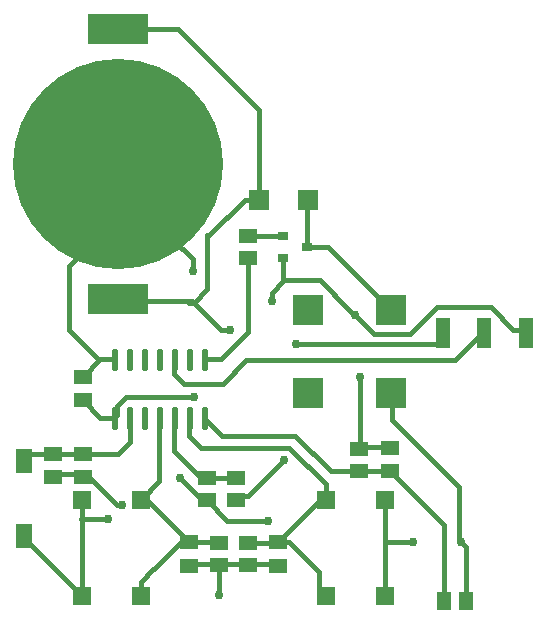
<source format=gbr>
G04 EAGLE Gerber RS-274X export*
G75*
%MOMM*%
%FSLAX34Y34*%
%LPD*%
%INTop Copper*%
%IPPOS*%
%AMOC8*
5,1,8,0,0,1.08239X$1,22.5*%
G01*
%ADD10C,17.800000*%
%ADD11R,5.100000X2.500000*%
%ADD12R,1.600000X1.300000*%
%ADD13R,1.800000X1.700000*%
%ADD14R,0.900000X0.800000*%
%ADD15R,1.450000X2.100000*%
%ADD16R,1.500000X1.500000*%
%ADD17R,2.500000X2.500000*%
%ADD18C,0.025000*%
%ADD19C,0.295000*%
%ADD20R,1.270000X2.540000*%
%ADD21R,1.300000X1.500000*%
%ADD22C,0.406400*%
%ADD23C,0.756400*%
%ADD24C,0.381000*%


D10*
X900000Y2190000D03*
D11*
X900000Y2075500D03*
X900000Y2304500D03*
D12*
X870000Y1990000D03*
X870000Y2010000D03*
X870000Y1945000D03*
X870000Y1925000D03*
X1035000Y1870000D03*
X1035000Y1850000D03*
X960000Y1870000D03*
X960000Y1850000D03*
X1130000Y1950000D03*
X1130000Y1930000D03*
D13*
X1060500Y2160000D03*
X1019500Y2160000D03*
D14*
X1060000Y2120000D03*
X1040000Y2129500D03*
X1040000Y2110500D03*
D12*
X845000Y1944500D03*
X845000Y1925500D03*
X1010000Y1869500D03*
X1010000Y1850500D03*
X985000Y1869500D03*
X985000Y1850500D03*
X1010000Y2110500D03*
X1010000Y2129500D03*
X975000Y1924500D03*
X975000Y1905500D03*
X1103900Y1929900D03*
X1103900Y1948900D03*
X1000000Y1905500D03*
X1000000Y1924500D03*
D15*
X820000Y1875000D03*
X820000Y1938500D03*
D16*
X1076000Y1905500D03*
X1126000Y1905500D03*
X1076000Y1824500D03*
X1126000Y1824500D03*
X919000Y1824500D03*
X869000Y1824500D03*
X919000Y1905500D03*
X869000Y1905500D03*
D17*
X1060900Y1996700D03*
D18*
X1118525Y1984325D02*
X1143275Y1984325D01*
X1118525Y1984325D02*
X1118525Y2009075D01*
X1143275Y2009075D01*
X1143275Y1984325D01*
X1143275Y1984562D02*
X1118525Y1984562D01*
X1118525Y1984799D02*
X1143275Y1984799D01*
X1143275Y1985036D02*
X1118525Y1985036D01*
X1118525Y1985273D02*
X1143275Y1985273D01*
X1143275Y1985510D02*
X1118525Y1985510D01*
X1118525Y1985747D02*
X1143275Y1985747D01*
X1143275Y1985984D02*
X1118525Y1985984D01*
X1118525Y1986221D02*
X1143275Y1986221D01*
X1143275Y1986458D02*
X1118525Y1986458D01*
X1118525Y1986695D02*
X1143275Y1986695D01*
X1143275Y1986932D02*
X1118525Y1986932D01*
X1118525Y1987169D02*
X1143275Y1987169D01*
X1143275Y1987406D02*
X1118525Y1987406D01*
X1118525Y1987643D02*
X1143275Y1987643D01*
X1143275Y1987880D02*
X1118525Y1987880D01*
X1118525Y1988117D02*
X1143275Y1988117D01*
X1143275Y1988354D02*
X1118525Y1988354D01*
X1118525Y1988591D02*
X1143275Y1988591D01*
X1143275Y1988828D02*
X1118525Y1988828D01*
X1118525Y1989065D02*
X1143275Y1989065D01*
X1143275Y1989302D02*
X1118525Y1989302D01*
X1118525Y1989539D02*
X1143275Y1989539D01*
X1143275Y1989776D02*
X1118525Y1989776D01*
X1118525Y1990013D02*
X1143275Y1990013D01*
X1143275Y1990250D02*
X1118525Y1990250D01*
X1118525Y1990487D02*
X1143275Y1990487D01*
X1143275Y1990724D02*
X1118525Y1990724D01*
X1118525Y1990961D02*
X1143275Y1990961D01*
X1143275Y1991198D02*
X1118525Y1991198D01*
X1118525Y1991435D02*
X1143275Y1991435D01*
X1143275Y1991672D02*
X1118525Y1991672D01*
X1118525Y1991909D02*
X1143275Y1991909D01*
X1143275Y1992146D02*
X1118525Y1992146D01*
X1118525Y1992383D02*
X1143275Y1992383D01*
X1143275Y1992620D02*
X1118525Y1992620D01*
X1118525Y1992857D02*
X1143275Y1992857D01*
X1143275Y1993094D02*
X1118525Y1993094D01*
X1118525Y1993331D02*
X1143275Y1993331D01*
X1143275Y1993568D02*
X1118525Y1993568D01*
X1118525Y1993805D02*
X1143275Y1993805D01*
X1143275Y1994042D02*
X1118525Y1994042D01*
X1118525Y1994279D02*
X1143275Y1994279D01*
X1143275Y1994516D02*
X1118525Y1994516D01*
X1118525Y1994753D02*
X1143275Y1994753D01*
X1143275Y1994990D02*
X1118525Y1994990D01*
X1118525Y1995227D02*
X1143275Y1995227D01*
X1143275Y1995464D02*
X1118525Y1995464D01*
X1118525Y1995701D02*
X1143275Y1995701D01*
X1143275Y1995938D02*
X1118525Y1995938D01*
X1118525Y1996175D02*
X1143275Y1996175D01*
X1143275Y1996412D02*
X1118525Y1996412D01*
X1118525Y1996649D02*
X1143275Y1996649D01*
X1143275Y1996886D02*
X1118525Y1996886D01*
X1118525Y1997123D02*
X1143275Y1997123D01*
X1143275Y1997360D02*
X1118525Y1997360D01*
X1118525Y1997597D02*
X1143275Y1997597D01*
X1143275Y1997834D02*
X1118525Y1997834D01*
X1118525Y1998071D02*
X1143275Y1998071D01*
X1143275Y1998308D02*
X1118525Y1998308D01*
X1118525Y1998545D02*
X1143275Y1998545D01*
X1143275Y1998782D02*
X1118525Y1998782D01*
X1118525Y1999019D02*
X1143275Y1999019D01*
X1143275Y1999256D02*
X1118525Y1999256D01*
X1118525Y1999493D02*
X1143275Y1999493D01*
X1143275Y1999730D02*
X1118525Y1999730D01*
X1118525Y1999967D02*
X1143275Y1999967D01*
X1143275Y2000204D02*
X1118525Y2000204D01*
X1118525Y2000441D02*
X1143275Y2000441D01*
X1143275Y2000678D02*
X1118525Y2000678D01*
X1118525Y2000915D02*
X1143275Y2000915D01*
X1143275Y2001152D02*
X1118525Y2001152D01*
X1118525Y2001389D02*
X1143275Y2001389D01*
X1143275Y2001626D02*
X1118525Y2001626D01*
X1118525Y2001863D02*
X1143275Y2001863D01*
X1143275Y2002100D02*
X1118525Y2002100D01*
X1118525Y2002337D02*
X1143275Y2002337D01*
X1143275Y2002574D02*
X1118525Y2002574D01*
X1118525Y2002811D02*
X1143275Y2002811D01*
X1143275Y2003048D02*
X1118525Y2003048D01*
X1118525Y2003285D02*
X1143275Y2003285D01*
X1143275Y2003522D02*
X1118525Y2003522D01*
X1118525Y2003759D02*
X1143275Y2003759D01*
X1143275Y2003996D02*
X1118525Y2003996D01*
X1118525Y2004233D02*
X1143275Y2004233D01*
X1143275Y2004470D02*
X1118525Y2004470D01*
X1118525Y2004707D02*
X1143275Y2004707D01*
X1143275Y2004944D02*
X1118525Y2004944D01*
X1118525Y2005181D02*
X1143275Y2005181D01*
X1143275Y2005418D02*
X1118525Y2005418D01*
X1118525Y2005655D02*
X1143275Y2005655D01*
X1143275Y2005892D02*
X1118525Y2005892D01*
X1118525Y2006129D02*
X1143275Y2006129D01*
X1143275Y2006366D02*
X1118525Y2006366D01*
X1118525Y2006603D02*
X1143275Y2006603D01*
X1143275Y2006840D02*
X1118525Y2006840D01*
X1118525Y2007077D02*
X1143275Y2007077D01*
X1143275Y2007314D02*
X1118525Y2007314D01*
X1118525Y2007551D02*
X1143275Y2007551D01*
X1143275Y2007788D02*
X1118525Y2007788D01*
X1118525Y2008025D02*
X1143275Y2008025D01*
X1143275Y2008262D02*
X1118525Y2008262D01*
X1118525Y2008499D02*
X1143275Y2008499D01*
X1143275Y2008736D02*
X1118525Y2008736D01*
X1118525Y2008973D02*
X1143275Y2008973D01*
D17*
X1060900Y2066700D03*
X1130900Y2066700D03*
D19*
X898375Y1983475D02*
X898375Y1966925D01*
X895425Y1966925D01*
X895425Y1983475D01*
X898375Y1983475D01*
X898375Y1969727D02*
X895425Y1969727D01*
X895425Y1972529D02*
X898375Y1972529D01*
X898375Y1975331D02*
X895425Y1975331D01*
X895425Y1978133D02*
X898375Y1978133D01*
X898375Y1980935D02*
X895425Y1980935D01*
X911075Y1983475D02*
X911075Y1966925D01*
X908125Y1966925D01*
X908125Y1983475D01*
X911075Y1983475D01*
X911075Y1969727D02*
X908125Y1969727D01*
X908125Y1972529D02*
X911075Y1972529D01*
X911075Y1975331D02*
X908125Y1975331D01*
X908125Y1978133D02*
X911075Y1978133D01*
X911075Y1980935D02*
X908125Y1980935D01*
X923775Y1983475D02*
X923775Y1966925D01*
X920825Y1966925D01*
X920825Y1983475D01*
X923775Y1983475D01*
X923775Y1969727D02*
X920825Y1969727D01*
X920825Y1972529D02*
X923775Y1972529D01*
X923775Y1975331D02*
X920825Y1975331D01*
X920825Y1978133D02*
X923775Y1978133D01*
X923775Y1980935D02*
X920825Y1980935D01*
X936475Y1983475D02*
X936475Y1966925D01*
X933525Y1966925D01*
X933525Y1983475D01*
X936475Y1983475D01*
X936475Y1969727D02*
X933525Y1969727D01*
X933525Y1972529D02*
X936475Y1972529D01*
X936475Y1975331D02*
X933525Y1975331D01*
X933525Y1978133D02*
X936475Y1978133D01*
X936475Y1980935D02*
X933525Y1980935D01*
X949175Y1983475D02*
X949175Y1966925D01*
X946225Y1966925D01*
X946225Y1983475D01*
X949175Y1983475D01*
X949175Y1969727D02*
X946225Y1969727D01*
X946225Y1972529D02*
X949175Y1972529D01*
X949175Y1975331D02*
X946225Y1975331D01*
X946225Y1978133D02*
X949175Y1978133D01*
X949175Y1980935D02*
X946225Y1980935D01*
X961875Y1983475D02*
X961875Y1966925D01*
X958925Y1966925D01*
X958925Y1983475D01*
X961875Y1983475D01*
X961875Y1969727D02*
X958925Y1969727D01*
X958925Y1972529D02*
X961875Y1972529D01*
X961875Y1975331D02*
X958925Y1975331D01*
X958925Y1978133D02*
X961875Y1978133D01*
X961875Y1980935D02*
X958925Y1980935D01*
X974575Y1983475D02*
X974575Y1966925D01*
X971625Y1966925D01*
X971625Y1983475D01*
X974575Y1983475D01*
X974575Y1969727D02*
X971625Y1969727D01*
X971625Y1972529D02*
X974575Y1972529D01*
X974575Y1975331D02*
X971625Y1975331D01*
X971625Y1978133D02*
X974575Y1978133D01*
X974575Y1980935D02*
X971625Y1980935D01*
X974575Y2016525D02*
X974575Y2033075D01*
X974575Y2016525D02*
X971625Y2016525D01*
X971625Y2033075D01*
X974575Y2033075D01*
X974575Y2019327D02*
X971625Y2019327D01*
X971625Y2022129D02*
X974575Y2022129D01*
X974575Y2024931D02*
X971625Y2024931D01*
X971625Y2027733D02*
X974575Y2027733D01*
X974575Y2030535D02*
X971625Y2030535D01*
X961875Y2033075D02*
X961875Y2016525D01*
X958925Y2016525D01*
X958925Y2033075D01*
X961875Y2033075D01*
X961875Y2019327D02*
X958925Y2019327D01*
X958925Y2022129D02*
X961875Y2022129D01*
X961875Y2024931D02*
X958925Y2024931D01*
X958925Y2027733D02*
X961875Y2027733D01*
X961875Y2030535D02*
X958925Y2030535D01*
X949175Y2033075D02*
X949175Y2016525D01*
X946225Y2016525D01*
X946225Y2033075D01*
X949175Y2033075D01*
X949175Y2019327D02*
X946225Y2019327D01*
X946225Y2022129D02*
X949175Y2022129D01*
X949175Y2024931D02*
X946225Y2024931D01*
X946225Y2027733D02*
X949175Y2027733D01*
X949175Y2030535D02*
X946225Y2030535D01*
X936475Y2033075D02*
X936475Y2016525D01*
X933525Y2016525D01*
X933525Y2033075D01*
X936475Y2033075D01*
X936475Y2019327D02*
X933525Y2019327D01*
X933525Y2022129D02*
X936475Y2022129D01*
X936475Y2024931D02*
X933525Y2024931D01*
X933525Y2027733D02*
X936475Y2027733D01*
X936475Y2030535D02*
X933525Y2030535D01*
X923775Y2033075D02*
X923775Y2016525D01*
X920825Y2016525D01*
X920825Y2033075D01*
X923775Y2033075D01*
X923775Y2019327D02*
X920825Y2019327D01*
X920825Y2022129D02*
X923775Y2022129D01*
X923775Y2024931D02*
X920825Y2024931D01*
X920825Y2027733D02*
X923775Y2027733D01*
X923775Y2030535D02*
X920825Y2030535D01*
X911075Y2033075D02*
X911075Y2016525D01*
X908125Y2016525D01*
X908125Y2033075D01*
X911075Y2033075D01*
X911075Y2019327D02*
X908125Y2019327D01*
X908125Y2022129D02*
X911075Y2022129D01*
X911075Y2024931D02*
X908125Y2024931D01*
X908125Y2027733D02*
X911075Y2027733D01*
X911075Y2030535D02*
X908125Y2030535D01*
X898375Y2033075D02*
X898375Y2016525D01*
X895425Y2016525D01*
X895425Y2033075D01*
X898375Y2033075D01*
X898375Y2019327D02*
X895425Y2019327D01*
X895425Y2022129D02*
X898375Y2022129D01*
X898375Y2024931D02*
X895425Y2024931D01*
X895425Y2027733D02*
X898375Y2027733D01*
X898375Y2030535D02*
X895425Y2030535D01*
D20*
X1245000Y2047000D03*
X1210000Y2047000D03*
X1175000Y2047000D03*
D21*
X1175500Y1820000D03*
X1194500Y1820000D03*
D22*
X884800Y2024800D02*
X870000Y2010000D01*
X884800Y2024800D02*
X896900Y2024800D01*
X883200Y2024800D01*
X873000Y2119000D02*
X899160Y2119000D01*
X910590Y2119000D01*
X912000Y2119000D01*
X858000Y2050000D02*
X883200Y2024800D01*
X858000Y2050000D02*
X858000Y2104000D01*
X873000Y2119000D01*
X1040000Y2110500D02*
X1040000Y2091000D01*
X1030000Y2081000D01*
X1030000Y2074000D01*
D23*
X1030000Y2074000D03*
X963000Y2100000D03*
D22*
X963000Y2110000D01*
X945950Y2127050D01*
X944000Y2129000D01*
D24*
X868680Y1927860D02*
X845820Y1927860D01*
X845000Y1925500D01*
X868680Y1927860D02*
X870000Y1925000D01*
X960120Y1851660D02*
X982980Y1851660D01*
X960120Y1851660D02*
X960000Y1850000D01*
X982980Y1851660D02*
X985000Y1850500D01*
X1013460Y1851660D02*
X1032510Y1851660D01*
X1013460Y1851660D02*
X1010000Y1850500D01*
X1032510Y1851660D02*
X1035000Y1850000D01*
X1009650Y1851660D02*
X986790Y1851660D01*
X985000Y1850500D01*
X1009650Y1851660D02*
X1010000Y1850500D01*
X876300Y1924050D02*
X872490Y1924050D01*
X876300Y1924050D02*
X899160Y1901190D01*
X872490Y1924050D02*
X870000Y1925000D01*
X956310Y1847850D02*
X960000Y1850000D01*
X1104900Y1950720D02*
X1127760Y1950720D01*
X1104900Y1950720D02*
X1103900Y1948900D01*
X1127760Y1950720D02*
X1130000Y1950000D01*
X1245000Y2047000D02*
X1245870Y2045970D01*
X971550Y1908810D02*
X967740Y1908810D01*
X952500Y1924050D01*
X971550Y1908810D02*
X975000Y1905500D01*
X937260Y2118360D02*
X910590Y2118360D01*
X937260Y2118360D02*
X945950Y2127050D01*
X910590Y2119000D02*
X910590Y2118360D01*
X1234440Y2049780D02*
X1242060Y2049780D01*
X1234440Y2049780D02*
X1215390Y2068830D01*
X1169670Y2068830D01*
X1146810Y2045970D01*
X1116330Y2045970D01*
X1096650Y2065650D02*
X1070610Y2091690D01*
X1100150Y2062150D02*
X1116330Y2045970D01*
X1070610Y2091690D02*
X1040130Y2091690D01*
X1242060Y2049780D02*
X1245000Y2047000D01*
X1040000Y2091000D02*
X1040130Y2091690D01*
X902970Y1901190D02*
X899160Y1901190D01*
X899160Y2119000D02*
X899160Y2186940D01*
X900000Y2190000D01*
X899160Y2119000D02*
X899160Y2118360D01*
D23*
X952500Y1924050D03*
X902970Y1901190D03*
X985000Y1825000D03*
X1027000Y1888000D03*
D22*
X992500Y1888000D01*
X975000Y1905500D01*
X985000Y1850500D02*
X985000Y1825000D01*
X1100150Y2062150D02*
X1096650Y2065650D01*
D23*
X1100150Y2062150D03*
D22*
X1105000Y1950000D02*
X1103900Y1948900D01*
X1105000Y1950000D02*
X1105000Y2010000D01*
D23*
X1105000Y2010000D03*
D24*
X947700Y2012300D02*
X947700Y2024800D01*
X988610Y2004000D02*
X1008610Y2024000D01*
X1208179Y2047000D02*
X1210000Y2047000D01*
X1208179Y2047000D02*
X1185179Y2024000D01*
X956000Y2004000D02*
X947700Y2012300D01*
X956000Y2004000D02*
X988610Y2004000D01*
X1008610Y2024000D02*
X1185179Y2024000D01*
X826000Y1944500D02*
X820000Y1938500D01*
X826000Y1944500D02*
X845000Y1944500D01*
X845500Y1945000D01*
X870000Y1945000D01*
X900000Y1945000D02*
X910000Y1955000D01*
X910000Y1974800D01*
X909600Y1975200D01*
X900000Y1945000D02*
X870000Y1945000D01*
X919000Y1836000D02*
X919000Y1824500D01*
X929930Y1846930D02*
X930003Y1846930D01*
X953073Y1870000D02*
X960000Y1870000D01*
X929930Y1846930D02*
X919000Y1836000D01*
X930003Y1846930D02*
X953073Y1870000D01*
X924500Y1905500D02*
X919000Y1905500D01*
X924500Y1905500D02*
X960000Y1870000D01*
X984500Y1870000D01*
X985000Y1869500D01*
X935000Y1921500D02*
X919000Y1905500D01*
X935000Y1921500D02*
X935000Y1975200D01*
X975000Y1924500D02*
X1000000Y1924500D01*
X975000Y1924500D02*
X970500Y1924500D01*
X947700Y1947300D02*
X947700Y1975200D01*
X947700Y1947300D02*
X970500Y1924500D01*
X973100Y2024800D02*
X986800Y2024800D01*
X1010000Y2048000D01*
X1010000Y2110500D01*
X1175500Y1884500D02*
X1175500Y1820000D01*
X1175500Y1884500D02*
X1130000Y1930000D01*
X1129900Y1929900D01*
X1103900Y1929900D01*
X1080100Y1929900D01*
X988300Y1960000D02*
X973100Y1975200D01*
X1050000Y1960000D02*
X1080100Y1929900D01*
X1050000Y1960000D02*
X988300Y1960000D01*
X1010000Y1869500D02*
X1034500Y1869500D01*
X1035000Y1870000D01*
X1070500Y1905500D01*
X1076000Y1905500D01*
X1070000Y1830500D02*
X1076000Y1824500D01*
X1045000Y1870000D02*
X1035000Y1870000D01*
X1045000Y1870000D02*
X1070000Y1845000D01*
X1070000Y1830500D01*
X1076000Y1905500D02*
X1076000Y1919000D01*
X1045000Y1950000D01*
X970000Y1950000D02*
X960000Y1960000D01*
X960000Y1974800D01*
X960400Y1975200D01*
X970000Y1950000D02*
X1045000Y1950000D01*
X1126000Y1870000D02*
X1126000Y1824500D01*
X1126000Y1870000D02*
X1126000Y1905500D01*
D22*
X884800Y1975200D02*
X870000Y1990000D01*
X884800Y1975200D02*
X896900Y1975200D01*
X869000Y1889760D02*
X869000Y1824500D01*
X869000Y1889760D02*
X869000Y1905500D01*
X820000Y1873500D02*
X869000Y1824500D01*
X820000Y1873500D02*
X820000Y1875000D01*
X1126000Y1870000D02*
X1150000Y1870000D01*
D23*
X1150000Y1870000D03*
X1190000Y1870000D03*
D22*
X1194500Y1865500D01*
X1194500Y1820000D01*
X1175000Y2041167D02*
X1175000Y2047000D01*
X1175000Y2041167D02*
X1171833Y2038000D01*
X1051000Y2038000D01*
D23*
X1051000Y2038000D03*
D22*
X950500Y2304500D02*
X900000Y2304500D01*
X1019500Y2235500D02*
X1019500Y2160000D01*
X1019500Y2235500D02*
X950500Y2304500D01*
X1007000Y2160000D02*
X1019500Y2160000D01*
X962000Y2074000D02*
X960120Y2074000D01*
X907000Y2074000D01*
X907000Y2072640D01*
X907000Y2071000D01*
X977000Y2130000D02*
X1007000Y2160000D01*
D23*
X994500Y2049500D03*
D22*
X987500Y2049500D01*
X964145Y2072855D01*
X962500Y2074500D01*
D24*
X1131570Y1996440D02*
X1131570Y1973580D01*
X1188720Y1916430D01*
X1188720Y1870710D01*
X1131570Y1996440D02*
X1130900Y1996700D01*
X1188720Y1870710D02*
X1190000Y1870000D01*
X907000Y2072640D02*
X902970Y2072640D01*
X900000Y2075500D01*
X1002030Y1908810D02*
X1009650Y1908810D01*
X1040130Y1939290D01*
X1002030Y1908810D02*
X1000000Y1905500D01*
X899160Y1977390D02*
X899160Y1985010D01*
X906780Y1992630D01*
X963930Y1992630D01*
X899160Y1977390D02*
X896900Y1975200D01*
X960120Y2072640D02*
X963930Y2072640D01*
X960120Y2072640D02*
X960120Y2074000D01*
X891540Y1889760D02*
X869000Y1889760D01*
X868680Y1889760D01*
X975360Y2084070D02*
X975360Y2129790D01*
X975360Y2084070D02*
X964145Y2072855D01*
X975360Y2129790D02*
X977000Y2130000D01*
X964145Y2072855D02*
X963930Y2072640D01*
D23*
X1040130Y1939290D03*
X963930Y1992630D03*
X891540Y1889760D03*
D24*
X1077600Y2120000D02*
X1130900Y2066700D01*
X1077600Y2120000D02*
X1060000Y2120000D01*
X1060000Y2159500D01*
X1060500Y2160000D01*
X1040000Y2129500D02*
X1010000Y2129500D01*
M02*

</source>
